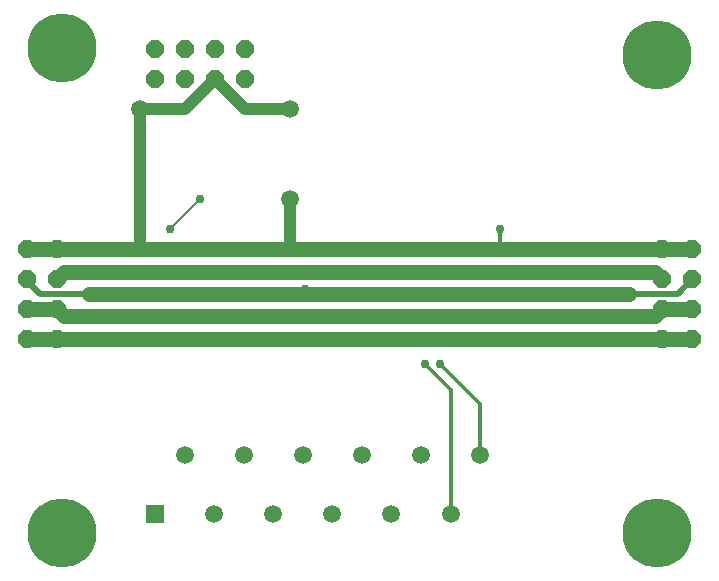
<source format=gbr>
G04 EAGLE Gerber RS-274X export*
G75*
%MOMM*%
%FSLAX34Y34*%
%LPD*%
%INBottom Copper*%
%IPPOS*%
%AMOC8*
5,1,8,0,0,1.08239X$1,22.5*%
G01*
%ADD10C,5.842000*%
%ADD11R,1.508000X1.508000*%
%ADD12C,1.508000*%
%ADD13P,1.649562X8X112.500000*%
%ADD14P,1.649562X8X22.500000*%
%ADD15C,1.270000*%
%ADD16C,0.756400*%
%ADD17C,0.304800*%
%ADD18C,0.152400*%
%ADD19C,1.500000*%
%ADD20C,1.016000*%
%ADD21C,0.508000*%


D10*
X48000Y458470D03*
X552000Y452000D03*
X48000Y48000D03*
X552000Y48000D03*
D11*
X127000Y63500D03*
D12*
X152000Y113500D03*
X177000Y63500D03*
X202000Y113500D03*
X227000Y63500D03*
X252000Y113500D03*
X277000Y63500D03*
X302000Y113500D03*
X327000Y63500D03*
X352000Y113500D03*
X377000Y63500D03*
X402000Y113500D03*
D13*
X43700Y211900D03*
X43700Y237300D03*
X43700Y262700D03*
X43700Y288100D03*
X18300Y211900D03*
X18300Y237300D03*
X18300Y262700D03*
X18300Y288100D03*
X556300Y211900D03*
X556300Y237300D03*
X556300Y262700D03*
X556300Y288100D03*
X581700Y211900D03*
X581700Y237300D03*
X581700Y262700D03*
X581700Y288100D03*
D14*
X127000Y431800D03*
X152400Y431800D03*
X177800Y431800D03*
X203200Y431800D03*
X127000Y457200D03*
X152400Y457200D03*
X177800Y457200D03*
X203200Y457200D03*
D15*
X556300Y237300D02*
X581700Y237300D01*
X556300Y237300D02*
X550140Y231140D01*
X431800Y231140D01*
X304800Y231140D01*
X228600Y231140D01*
X88900Y231140D01*
X49860Y231140D01*
X43700Y237300D01*
X18300Y237300D01*
D16*
X419100Y228600D03*
D17*
X421640Y231140D01*
X431800Y231140D01*
D16*
X304800Y228600D03*
D17*
X304800Y231140D01*
D16*
X215900Y228600D03*
D17*
X218440Y231140D01*
X228600Y231140D01*
D16*
X114300Y228600D03*
D18*
X111760Y231140D01*
X88900Y231140D01*
D16*
X139700Y304800D03*
X165100Y330200D03*
D18*
X139700Y304800D01*
D15*
X556300Y288100D02*
X581700Y288100D01*
X556300Y288100D02*
X419100Y288100D01*
X241300Y288100D01*
X114300Y288100D01*
X43700Y288100D01*
X18300Y288100D01*
D16*
X419100Y304800D03*
D17*
X419100Y288100D01*
D19*
X114300Y406400D03*
D20*
X114300Y288100D01*
X152400Y406400D02*
X177800Y431800D01*
X152400Y406400D02*
X114300Y406400D01*
D19*
X241300Y406400D03*
D20*
X203200Y406400D02*
X177800Y431800D01*
X203200Y406400D02*
X241300Y406400D01*
D19*
X241300Y330200D03*
D20*
X241300Y288100D01*
D16*
X368300Y190500D03*
D17*
X402000Y156800D01*
X402000Y113500D01*
D16*
X355600Y190500D03*
D17*
X377000Y169100D01*
X377000Y63500D01*
D21*
X18300Y261100D02*
X18300Y262700D01*
X29210Y250190D02*
X71120Y250190D01*
D15*
X254000Y250190D01*
X528320Y250190D01*
D21*
X569190Y250190D01*
X581700Y262700D01*
X29210Y250190D02*
X18300Y261100D01*
D16*
X254000Y254000D03*
D17*
X254000Y250190D01*
D15*
X549950Y269050D02*
X556300Y262700D01*
X549950Y269050D02*
X241300Y269050D01*
X50050Y269050D01*
X43700Y262700D01*
D16*
X241300Y266700D03*
D17*
X241300Y269050D01*
D15*
X43700Y211900D02*
X18300Y211900D01*
X43700Y211900D02*
X556300Y211900D01*
X581700Y211900D01*
M02*

</source>
